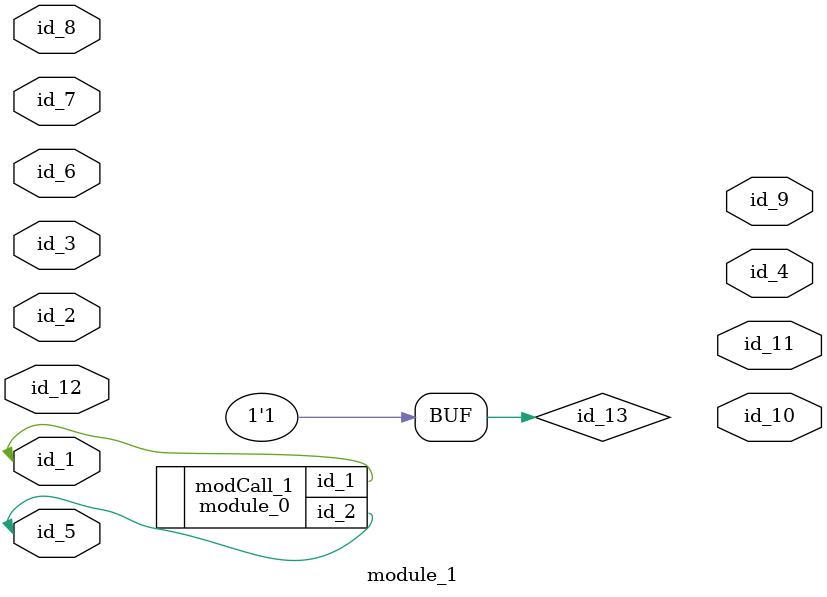
<source format=v>
module module_0 (
    id_1,
    id_2
);
  output wire id_2;
  output wire id_1;
  wire id_3;
endmodule
module module_1 (
    id_1,
    id_2,
    id_3,
    id_4,
    id_5,
    id_6,
    id_7,
    id_8,
    id_9,
    id_10,
    id_11,
    id_12
);
  input wire id_12;
  output wire id_11;
  output wire id_10;
  output wire id_9;
  input wire id_8;
  input wire id_7;
  inout wire id_6;
  inout wire id_5;
  output wire id_4;
  inout wire id_3;
  input wire id_2;
  inout wire id_1;
  wor id_13 = 1;
  module_0 modCall_1 (
      id_1,
      id_5
  );
  wire id_14;
endmodule

</source>
